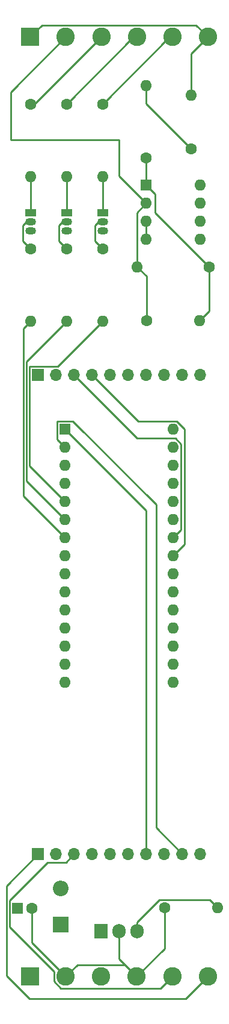
<source format=gtl>
%TF.GenerationSoftware,KiCad,Pcbnew,(6.0.5-0)*%
%TF.CreationDate,2022-07-10T18:26:10-04:00*%
%TF.ProjectId,OBS,4f42532e-6b69-4636-9164-5f7063625858,rev?*%
%TF.SameCoordinates,Original*%
%TF.FileFunction,Copper,L1,Top*%
%TF.FilePolarity,Positive*%
%FSLAX46Y46*%
G04 Gerber Fmt 4.6, Leading zero omitted, Abs format (unit mm)*
G04 Created by KiCad (PCBNEW (6.0.5-0)) date 2022-07-10 18:26:10*
%MOMM*%
%LPD*%
G01*
G04 APERTURE LIST*
%TA.AperFunction,ComponentPad*%
%ADD10C,1.600000*%
%TD*%
%TA.AperFunction,ComponentPad*%
%ADD11O,1.600000X1.600000*%
%TD*%
%TA.AperFunction,ComponentPad*%
%ADD12R,1.500000X1.050000*%
%TD*%
%TA.AperFunction,ComponentPad*%
%ADD13O,1.500000X1.050000*%
%TD*%
%TA.AperFunction,ComponentPad*%
%ADD14R,2.200000X2.200000*%
%TD*%
%TA.AperFunction,ComponentPad*%
%ADD15O,2.200000X2.200000*%
%TD*%
%TA.AperFunction,ComponentPad*%
%ADD16R,1.700000X1.700000*%
%TD*%
%TA.AperFunction,ComponentPad*%
%ADD17O,1.700000X1.700000*%
%TD*%
%TA.AperFunction,ComponentPad*%
%ADD18R,1.600000X1.600000*%
%TD*%
%TA.AperFunction,ComponentPad*%
%ADD19R,2.600000X2.600000*%
%TD*%
%TA.AperFunction,ComponentPad*%
%ADD20C,2.600000*%
%TD*%
%TA.AperFunction,ComponentPad*%
%ADD21R,1.905000X2.000000*%
%TD*%
%TA.AperFunction,ComponentPad*%
%ADD22O,1.905000X2.000000*%
%TD*%
%TA.AperFunction,Conductor*%
%ADD23C,0.250000*%
%TD*%
G04 APERTURE END LIST*
D10*
%TO.P,R5,1*%
%TO.N,/LED0*%
X119610000Y-36890000D03*
D11*
%TO.P,R5,2*%
%TO.N,Net-(Q1-Pad1)*%
X119610000Y-47050000D03*
%TD*%
D12*
%TO.P,Q1,1,E*%
%TO.N,Net-(Q1-Pad1)*%
X119610000Y-52130000D03*
D13*
%TO.P,Q1,2,B*%
%TO.N,Net-(Q1-Pad2)*%
X119610000Y-53400000D03*
%TO.P,Q1,3,C*%
%TO.N,Net-(A1-Pad3)*%
X119610000Y-54670000D03*
%TD*%
D14*
%TO.P,D5,1,K*%
%TO.N,/Vin*%
X113665000Y-152182183D03*
D15*
%TO.P,D5,2,A*%
%TO.N,Net-(A1-Pad1)*%
X113665000Y-147102183D03*
%TD*%
D10*
%TO.P,R4,1*%
%TO.N,/LED2*%
X109450000Y-36890000D03*
D11*
%TO.P,R4,2*%
%TO.N,Net-(Q3-Pad1)*%
X109450000Y-47050000D03*
%TD*%
D16*
%TO.P,J4,1,Pin_1*%
%TO.N,Net-(A1-Pad3)*%
X110490000Y-74905000D03*
D17*
%TO.P,J4,2,Pin_2*%
%TO.N,GND*%
X113030000Y-74905000D03*
%TO.P,J4,3,Pin_3*%
%TO.N,Net-(A2-Pad24)*%
X115570000Y-74905000D03*
%TO.P,J4,4,Pin_4*%
%TO.N,Net-(A2-Pad23)*%
X118110000Y-74905000D03*
%TO.P,J4,5,Pin_5*%
%TO.N,GND*%
X120650000Y-74905000D03*
%TO.P,J4,6,Pin_6*%
%TO.N,unconnected-(J4-Pad6)*%
X123190000Y-74905000D03*
%TO.P,J4,7,Pin_7*%
%TO.N,Net-(C4-Pad1)*%
X125730000Y-74905000D03*
%TO.P,J4,8,Pin_8*%
%TO.N,unconnected-(J4-Pad8)*%
X128270000Y-74905000D03*
%TO.P,J4,9,Pin_9*%
%TO.N,unconnected-(J4-Pad9)*%
X130810000Y-74905000D03*
%TO.P,J4,10,Pin_10*%
%TO.N,unconnected-(J4-Pad10)*%
X133350000Y-74905000D03*
%TD*%
D12*
%TO.P,Q2,1,E*%
%TO.N,Net-(Q2-Pad1)*%
X114530000Y-52130000D03*
D13*
%TO.P,Q2,2,B*%
%TO.N,Net-(Q2-Pad2)*%
X114530000Y-53400000D03*
%TO.P,Q2,3,C*%
%TO.N,Net-(A1-Pad3)*%
X114530000Y-54670000D03*
%TD*%
D10*
%TO.P,R1,1*%
%TO.N,Net-(Q1-Pad2)*%
X119610000Y-57210000D03*
D11*
%TO.P,R1,2*%
%TO.N,Net-(A2-Pad5)*%
X119610000Y-67370000D03*
%TD*%
D18*
%TO.P,C1,1*%
%TO.N,Net-(A1-Pad1)*%
X107629888Y-149860000D03*
D10*
%TO.P,C1,2*%
%TO.N,GND*%
X109629888Y-149860000D03*
%TD*%
D19*
%TO.P,J1,1,Pin_1*%
%TO.N,unconnected-(J1-Pad1)*%
X109410000Y-159452744D03*
D20*
%TO.P,J1,2,Pin_2*%
%TO.N,GND*%
X114410000Y-159452744D03*
%TO.P,J1,3,Pin_3*%
%TO.N,/Vin*%
X119410000Y-159452744D03*
%TO.P,J1,4,Pin_4*%
%TO.N,GND*%
X124410000Y-159452744D03*
%TO.P,J1,5,Pin_5*%
%TO.N,/Rx*%
X129410000Y-159452744D03*
%TO.P,J1,6,Pin_6*%
%TO.N,/Tx*%
X134410000Y-159452744D03*
%TD*%
D18*
%TO.P,A2,1,D1/TX*%
%TO.N,Net-(A2-Pad1)*%
X114300000Y-82550000D03*
D11*
%TO.P,A2,2,D0/RX*%
%TO.N,Net-(A2-Pad2)*%
X114300000Y-85090000D03*
%TO.P,A2,3,~{RESET}*%
%TO.N,unconnected-(A2-Pad3)*%
X114300000Y-87630000D03*
%TO.P,A2,4,GND*%
%TO.N,unconnected-(A2-Pad4)*%
X114300000Y-90170000D03*
%TO.P,A2,5,D2*%
%TO.N,Net-(A2-Pad5)*%
X114300000Y-92710000D03*
%TO.P,A2,6,D3*%
%TO.N,Net-(A2-Pad6)*%
X114300000Y-95250000D03*
%TO.P,A2,7,D4*%
%TO.N,Net-(A2-Pad7)*%
X114300000Y-97790000D03*
%TO.P,A2,8,D5*%
%TO.N,unconnected-(A2-Pad8)*%
X114300000Y-100330000D03*
%TO.P,A2,9,D6*%
%TO.N,unconnected-(A2-Pad9)*%
X114300000Y-102870000D03*
%TO.P,A2,10,D7*%
%TO.N,unconnected-(A2-Pad10)*%
X114300000Y-105410000D03*
%TO.P,A2,11,D8*%
%TO.N,unconnected-(A2-Pad11)*%
X114300000Y-107950000D03*
%TO.P,A2,12,D9*%
%TO.N,unconnected-(A2-Pad12)*%
X114300000Y-110490000D03*
%TO.P,A2,13,D10*%
%TO.N,unconnected-(A2-Pad13)*%
X114300000Y-113030000D03*
%TO.P,A2,14,D11*%
%TO.N,unconnected-(A2-Pad14)*%
X114300000Y-115570000D03*
%TO.P,A2,15,D12*%
%TO.N,unconnected-(A2-Pad15)*%
X114300000Y-118110000D03*
%TO.P,A2,16,D13*%
%TO.N,unconnected-(A2-Pad16)*%
X129540000Y-118110000D03*
%TO.P,A2,17,3V3*%
%TO.N,unconnected-(A2-Pad17)*%
X129540000Y-115570000D03*
%TO.P,A2,18,AREF*%
%TO.N,unconnected-(A2-Pad18)*%
X129540000Y-113030000D03*
%TO.P,A2,19,A0*%
%TO.N,unconnected-(A2-Pad19)*%
X129540000Y-110490000D03*
%TO.P,A2,20,A1*%
%TO.N,unconnected-(A2-Pad20)*%
X129540000Y-107950000D03*
%TO.P,A2,21,A2*%
%TO.N,unconnected-(A2-Pad21)*%
X129540000Y-105410000D03*
%TO.P,A2,22,A3*%
%TO.N,unconnected-(A2-Pad22)*%
X129540000Y-102870000D03*
%TO.P,A2,23,A4*%
%TO.N,Net-(A2-Pad23)*%
X129540000Y-100330000D03*
%TO.P,A2,24,A5*%
%TO.N,Net-(A2-Pad24)*%
X129540000Y-97790000D03*
%TO.P,A2,25,A6*%
%TO.N,unconnected-(A2-Pad25)*%
X129540000Y-95250000D03*
%TO.P,A2,26,A7*%
%TO.N,unconnected-(A2-Pad26)*%
X129540000Y-92710000D03*
%TO.P,A2,27,+5V*%
%TO.N,Net-(A1-Pad3)*%
X129540000Y-90170000D03*
%TO.P,A2,28,~{RESET}*%
%TO.N,unconnected-(A2-Pad28)*%
X129540000Y-87630000D03*
%TO.P,A2,29,GND*%
%TO.N,GND*%
X129540000Y-85090000D03*
%TO.P,A2,30,VIN*%
%TO.N,unconnected-(A2-Pad30)*%
X129540000Y-82550000D03*
%TD*%
D16*
%TO.P,J3,1,Pin_1*%
%TO.N,/Tx*%
X110520000Y-142215000D03*
D17*
%TO.P,J3,2,Pin_2*%
%TO.N,unconnected-(J3-Pad2)*%
X113060000Y-142215000D03*
%TO.P,J3,3,Pin_3*%
%TO.N,/Rx*%
X115600000Y-142215000D03*
%TO.P,J3,4,Pin_4*%
%TO.N,unconnected-(J3-Pad4)*%
X118140000Y-142215000D03*
%TO.P,J3,5,Pin_5*%
%TO.N,Net-(A1-Pad3)*%
X120680000Y-142215000D03*
%TO.P,J3,6,Pin_6*%
%TO.N,GND*%
X123220000Y-142215000D03*
%TO.P,J3,7,Pin_7*%
%TO.N,Net-(A2-Pad1)*%
X125760000Y-142215000D03*
%TO.P,J3,8,Pin_8*%
%TO.N,unconnected-(J3-Pad8)*%
X128300000Y-142215000D03*
%TO.P,J3,9,Pin_9*%
%TO.N,Net-(A2-Pad2)*%
X130840000Y-142215000D03*
%TO.P,J3,10,Pin_10*%
%TO.N,unconnected-(J3-Pad10)*%
X133380000Y-142215000D03*
%TD*%
D21*
%TO.P,A1,1,VI*%
%TO.N,Net-(A1-Pad1)*%
X119380000Y-153035000D03*
D22*
%TO.P,A1,2,GND*%
%TO.N,GND*%
X121920000Y-153035000D03*
%TO.P,A1,3,VO*%
%TO.N,Net-(A1-Pad3)*%
X124460000Y-153035000D03*
%TD*%
D10*
%TO.P,C3,1*%
%TO.N,Net-(C3-Pad1)*%
X125790000Y-67310000D03*
D11*
%TO.P,C3,2*%
%TO.N,Net-(C3-Pad2)*%
X133290000Y-67310000D03*
%TD*%
D12*
%TO.P,Q3,1,E*%
%TO.N,Net-(Q3-Pad1)*%
X109450000Y-52130000D03*
D13*
%TO.P,Q3,2,B*%
%TO.N,Net-(Q3-Pad2)*%
X109450000Y-53400000D03*
%TO.P,Q3,3,C*%
%TO.N,Net-(A1-Pad3)*%
X109450000Y-54670000D03*
%TD*%
D10*
%TO.P,C4,1*%
%TO.N,Net-(C4-Pad1)*%
X132080000Y-43180000D03*
D11*
%TO.P,C4,2*%
%TO.N,GND*%
X132080000Y-35680000D03*
%TD*%
D10*
%TO.P,R3,1*%
%TO.N,Net-(Q3-Pad2)*%
X109450000Y-57210000D03*
D11*
%TO.P,R3,2*%
%TO.N,Net-(A2-Pad7)*%
X109450000Y-67370000D03*
%TD*%
D10*
%TO.P,R7,1*%
%TO.N,Net-(C3-Pad2)*%
X134610000Y-59750000D03*
D11*
%TO.P,R7,2*%
%TO.N,Net-(C3-Pad1)*%
X124450000Y-59750000D03*
%TD*%
D10*
%TO.P,R8,1*%
%TO.N,Net-(C3-Pad2)*%
X125730000Y-44450000D03*
D11*
%TO.P,R8,2*%
%TO.N,Net-(C4-Pad1)*%
X125730000Y-34290000D03*
%TD*%
D10*
%TO.P,C2,1*%
%TO.N,GND*%
X128320000Y-149792744D03*
D11*
%TO.P,C2,2*%
%TO.N,Net-(A1-Pad3)*%
X135820000Y-149792744D03*
%TD*%
D19*
%TO.P,J2,1,Pin_1*%
%TO.N,GND*%
X109420000Y-27440000D03*
D20*
%TO.P,J2,2,Pin_2*%
%TO.N,Net-(C3-Pad1)*%
X114420000Y-27440000D03*
%TO.P,J2,3,Pin_3*%
%TO.N,/LED2*%
X119420000Y-27440000D03*
%TO.P,J2,4,Pin_4*%
%TO.N,/LED1*%
X124420000Y-27440000D03*
%TO.P,J2,5,Pin_5*%
%TO.N,/LED0*%
X129420000Y-27440000D03*
%TO.P,J2,6,Pin_6*%
%TO.N,GND*%
X134420000Y-27440000D03*
%TD*%
D10*
%TO.P,R6,1*%
%TO.N,/LED1*%
X114530000Y-36890000D03*
D11*
%TO.P,R6,2*%
%TO.N,Net-(Q2-Pad1)*%
X114530000Y-47050000D03*
%TD*%
D18*
%TO.P,U3,1*%
%TO.N,Net-(C3-Pad2)*%
X125730000Y-48290000D03*
D11*
%TO.P,U3,2,-*%
%TO.N,Net-(C3-Pad1)*%
X125730000Y-50830000D03*
%TO.P,U3,3,+*%
%TO.N,GND*%
X125730000Y-53370000D03*
%TO.P,U3,4,V-*%
X125730000Y-55910000D03*
%TO.P,U3,5*%
%TO.N,N/C*%
X133350000Y-55910000D03*
%TO.P,U3,6*%
X133350000Y-53370000D03*
%TO.P,U3,7*%
X133350000Y-50830000D03*
%TO.P,U3,8,V+*%
%TO.N,Net-(A1-Pad3)*%
X133350000Y-48290000D03*
%TD*%
D10*
%TO.P,R2,1*%
%TO.N,Net-(Q2-Pad2)*%
X114530000Y-57210000D03*
D11*
%TO.P,R2,2*%
%TO.N,Net-(A2-Pad6)*%
X114530000Y-67370000D03*
%TD*%
D23*
%TO.N,GND*%
X109629888Y-149860000D02*
X109629888Y-154672632D01*
X128320000Y-155542744D02*
X124410000Y-159452744D01*
X109629888Y-154672632D02*
X114410000Y-159452744D01*
X128320000Y-149792744D02*
X128320000Y-155542744D01*
X121920000Y-153035000D02*
X121920000Y-156962744D01*
X109420000Y-27440000D02*
X111044511Y-25815489D01*
X132795489Y-25815489D02*
X134420000Y-27440000D01*
X132080000Y-35680000D02*
X132080000Y-29780000D01*
X121920000Y-156962744D02*
X124410000Y-159452744D01*
X132080000Y-29780000D02*
X134420000Y-27440000D01*
X125730000Y-53370000D02*
X125730000Y-55910000D01*
X111044511Y-25815489D02*
X132795489Y-25815489D01*
X114410000Y-159452744D02*
X116034511Y-157828233D01*
X116034511Y-157828233D02*
X122785489Y-157828233D01*
X122785489Y-157828233D02*
X124410000Y-159452744D01*
%TO.N,/Rx*%
X106505377Y-152499736D02*
X112785489Y-158779848D01*
X111851355Y-143389511D02*
X106505377Y-148735489D01*
X114425489Y-143389511D02*
X111851355Y-143389511D01*
X127785489Y-161077255D02*
X129410000Y-159452744D01*
X113737104Y-161077255D02*
X127785489Y-161077255D01*
X115600000Y-142215000D02*
X114425489Y-143389511D01*
X112785489Y-160125640D02*
X113737104Y-161077255D01*
X112785489Y-158779848D02*
X112785489Y-160125640D01*
X106505377Y-148735489D02*
X106505377Y-152499736D01*
%TO.N,/Tx*%
X109268234Y-162560000D02*
X131302744Y-162560000D01*
X106045000Y-146690000D02*
X106045000Y-159336766D01*
X106045000Y-159336766D02*
X109268234Y-162560000D01*
X110520000Y-142215000D02*
X106045000Y-146690000D01*
X131302744Y-162560000D02*
X134410000Y-159452744D01*
%TO.N,Net-(Q1-Pad2)*%
X118535480Y-53924520D02*
X118535480Y-56135480D01*
X118535480Y-56135480D02*
X119610000Y-57210000D01*
X119610000Y-53400000D02*
X119060000Y-53400000D01*
X119060000Y-53400000D02*
X118535480Y-53924520D01*
%TO.N,Net-(A2-Pad5)*%
X113249511Y-73730489D02*
X109315489Y-73730489D01*
X109315489Y-87725489D02*
X114300000Y-92710000D01*
X109315489Y-73730489D02*
X109315489Y-87725489D01*
X119610000Y-67370000D02*
X113249511Y-73730489D01*
%TO.N,Net-(Q2-Pad2)*%
X114530000Y-53400000D02*
X113980000Y-53400000D01*
X113455480Y-53924520D02*
X113455480Y-56135480D01*
X113980000Y-53400000D02*
X113455480Y-53924520D01*
X113455480Y-56135480D02*
X114530000Y-57210000D01*
%TO.N,Net-(A2-Pad6)*%
X114530000Y-67370000D02*
X108865969Y-73034031D01*
X108865969Y-89815969D02*
X114300000Y-95250000D01*
X108865969Y-73034031D02*
X108865969Y-89815969D01*
%TO.N,Net-(Q3-Pad2)*%
X109450000Y-53400000D02*
X108900000Y-53400000D01*
X108375480Y-53924520D02*
X108375480Y-56135480D01*
X108375480Y-56135480D02*
X109450000Y-57210000D01*
X108900000Y-53400000D02*
X108375480Y-53924520D01*
%TO.N,Net-(A2-Pad7)*%
X108416449Y-68403551D02*
X108416449Y-91906449D01*
X109450000Y-67370000D02*
X108416449Y-68403551D01*
X108416449Y-91906449D02*
X114300000Y-97790000D01*
%TO.N,Net-(Q3-Pad1)*%
X109450000Y-52130000D02*
X109450000Y-47050000D01*
%TO.N,Net-(Q1-Pad1)*%
X119610000Y-52130000D02*
X119610000Y-47050000D01*
%TO.N,Net-(Q2-Pad1)*%
X114530000Y-52130000D02*
X114530000Y-47050000D01*
%TO.N,Net-(A2-Pad1)*%
X114300000Y-82550000D02*
X125760000Y-94010000D01*
X125760000Y-94010000D02*
X125760000Y-142215000D01*
%TO.N,Net-(A2-Pad2)*%
X115424511Y-81425489D02*
X127125489Y-93126467D01*
X127125489Y-138500489D02*
X130840000Y-142215000D01*
X114300000Y-85090000D02*
X113175489Y-83965489D01*
X113175489Y-81425489D02*
X115424511Y-81425489D01*
X113175489Y-83965489D02*
X113175489Y-81425489D01*
X127125489Y-93126467D02*
X127125489Y-138500489D01*
%TO.N,Net-(A2-Pad23)*%
X130005789Y-81425489D02*
X131114031Y-82533731D01*
X131114031Y-98755969D02*
X129540000Y-100330000D01*
X118110000Y-74905000D02*
X124630489Y-81425489D01*
X124630489Y-81425489D02*
X130005789Y-81425489D01*
X131114031Y-82533731D02*
X131114031Y-98755969D01*
%TO.N,Net-(A2-Pad24)*%
X124485000Y-83820000D02*
X129860300Y-83820000D01*
X130664511Y-84624211D02*
X130664511Y-96665489D01*
X115570000Y-74905000D02*
X124485000Y-83820000D01*
X129860300Y-83820000D02*
X130664511Y-84624211D01*
X130664511Y-96665489D02*
X129540000Y-97790000D01*
%TO.N,Net-(C3-Pad1)*%
X125780000Y-64830000D02*
X125780000Y-61080000D01*
X125790000Y-64840000D02*
X125790000Y-67310000D01*
X125780000Y-64830000D02*
X125790000Y-64840000D01*
X106680000Y-41900000D02*
X106670000Y-41910000D01*
X124450000Y-59750000D02*
X124450000Y-52110000D01*
X124450000Y-52110000D02*
X125730000Y-50830000D01*
X106680000Y-35180000D02*
X106680000Y-41900000D01*
X121910000Y-47010000D02*
X125730000Y-50830000D01*
X114420000Y-27440000D02*
X106680000Y-35180000D01*
X106670000Y-41910000D02*
X121910000Y-41910000D01*
X125780000Y-61080000D02*
X124450000Y-59750000D01*
X121910000Y-41910000D02*
X121910000Y-47010000D01*
%TO.N,Net-(C3-Pad2)*%
X125730000Y-48290000D02*
X125730000Y-44450000D01*
X134610000Y-65990000D02*
X133290000Y-67310000D01*
X134610000Y-59750000D02*
X126970000Y-52110000D01*
X126970000Y-52110000D02*
X126970000Y-49530000D01*
X126970000Y-49530000D02*
X125730000Y-48290000D01*
X134610000Y-59750000D02*
X134610000Y-65990000D01*
%TO.N,Net-(C4-Pad1)*%
X125730000Y-34290000D02*
X125730000Y-36830000D01*
X125730000Y-36830000D02*
X132080000Y-43180000D01*
%TO.N,Net-(A1-Pad3)*%
X124460000Y-151785000D02*
X127576767Y-148668233D01*
X124460000Y-153035000D02*
X124460000Y-151785000D01*
X135820000Y-149792744D02*
X134695489Y-148668233D01*
X127576767Y-148668233D02*
X134695489Y-148668233D01*
%TO.N,/LED2*%
X109970000Y-36890000D02*
X109450000Y-36890000D01*
X119420000Y-27440000D02*
X109970000Y-36890000D01*
%TO.N,/LED1*%
X123980000Y-27440000D02*
X124420000Y-27440000D01*
X114530000Y-36890000D02*
X123980000Y-27440000D01*
%TO.N,/LED0*%
X119610000Y-36890000D02*
X129060000Y-27440000D01*
X129060000Y-27440000D02*
X129420000Y-27440000D01*
%TD*%
M02*

</source>
